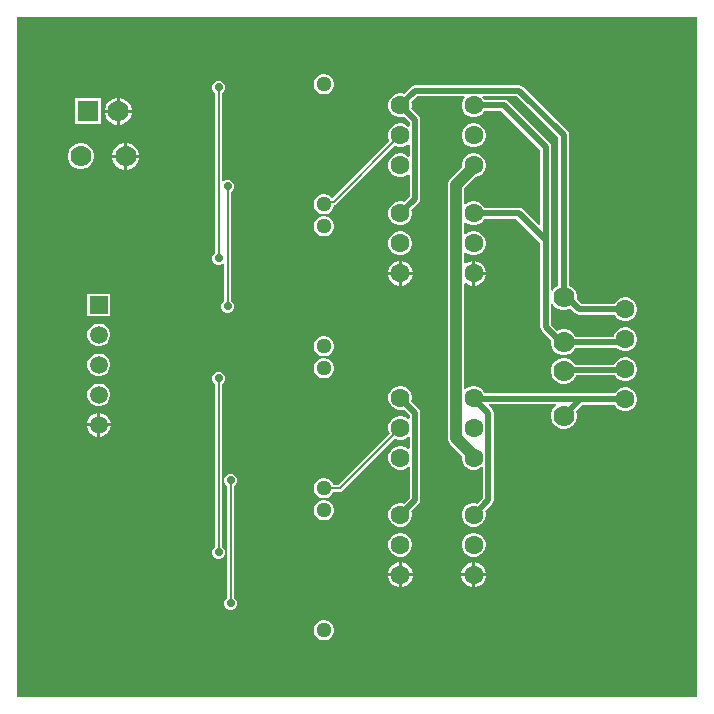
<source format=gbl>
G04*
G04 #@! TF.GenerationSoftware,Altium Limited,Altium Designer,21.9.2 (33)*
G04*
G04 Layer_Physical_Order=2*
G04 Layer_Color=16711680*
%FSTAX24Y24*%
%MOIN*%
G70*
G04*
G04 #@! TF.SameCoordinates,70968F61-CF9C-473A-8EF3-60FC9ECF6E36*
G04*
G04*
G04 #@! TF.FilePolarity,Positive*
G04*
G01*
G75*
%ADD12C,0.0079*%
%ADD20C,0.0591*%
%ADD25C,0.0197*%
%ADD26C,0.0394*%
%ADD27C,0.0700*%
%ADD28C,0.0630*%
%ADD29C,0.0512*%
%ADD30R,0.0700X0.0700*%
%ADD31R,0.0591X0.0591*%
%ADD32C,0.0276*%
G36*
X039146Y021977D02*
X016477D01*
Y044646D01*
X039146D01*
Y021977D01*
D02*
G37*
%LPC*%
G36*
X033208Y042373D02*
X029742D01*
X029673Y042359D01*
X029614Y04232D01*
X02937Y042075D01*
X029302Y042094D01*
X029198D01*
X029098Y042067D01*
X029008Y042015D01*
X028935Y041942D01*
X028883Y041852D01*
X028856Y041752D01*
Y041648D01*
X028883Y041548D01*
X028935Y041458D01*
X029008Y041385D01*
X029098Y041333D01*
X029198Y041306D01*
X029302D01*
X02937Y041325D01*
X029561Y041133D01*
Y041011D01*
X029515Y040991D01*
X029492Y041015D01*
X029402Y041067D01*
X029302Y041094D01*
X029198D01*
X029098Y041067D01*
X029008Y041015D01*
X028935Y040942D01*
X028883Y040852D01*
X028856Y040752D01*
Y040648D01*
X028883Y040548D01*
X028899Y04052D01*
X027011Y038631D01*
X026968Y038605D01*
X026905Y038668D01*
X026829Y038712D01*
X026744Y038735D01*
X026656D01*
X026571Y038712D01*
X026495Y038668D01*
X026432Y038605D01*
X026388Y038529D01*
X026365Y038444D01*
Y038356D01*
X026388Y038271D01*
X026432Y038195D01*
X026495Y038132D01*
X026571Y038088D01*
X026656Y038065D01*
X026744D01*
X026829Y038088D01*
X026905Y038132D01*
X026968Y038195D01*
X027012Y038271D01*
X027035Y038356D01*
Y038363D01*
X027079Y038372D01*
X027118Y038398D01*
X02907Y040349D01*
X029098Y040333D01*
X029198Y040306D01*
X029302D01*
X029402Y040333D01*
X029492Y040385D01*
X029515Y040409D01*
X029561Y040389D01*
Y040011D01*
X029515Y039991D01*
X029492Y040015D01*
X029402Y040067D01*
X029302Y040094D01*
X029198D01*
X029098Y040067D01*
X029008Y040015D01*
X028935Y039942D01*
X028883Y039852D01*
X028856Y039752D01*
Y039648D01*
X028883Y039548D01*
X028935Y039458D01*
X029008Y039385D01*
X029098Y039333D01*
X029198Y039306D01*
X029302D01*
X029402Y039333D01*
X029492Y039385D01*
X029515Y039409D01*
X029561Y039389D01*
Y038667D01*
X02937Y038475D01*
X029302Y038494D01*
X029198D01*
X029098Y038467D01*
X029008Y038415D01*
X028935Y038342D01*
X028883Y038252D01*
X028856Y038152D01*
Y038048D01*
X028883Y037948D01*
X028935Y037858D01*
X029008Y037785D01*
X029098Y037733D01*
X029198Y037706D01*
X029302D01*
X029402Y037733D01*
X029492Y037785D01*
X029565Y037858D01*
X029617Y037948D01*
X029644Y038048D01*
Y038152D01*
X029625Y03822D01*
X02987Y038464D01*
X029909Y038523D01*
X029923Y038592D01*
Y041208D01*
X029909Y041277D01*
X02987Y041336D01*
X029625Y04158D01*
X029644Y041648D01*
Y041752D01*
X029625Y04182D01*
X029817Y042011D01*
X031389D01*
X031409Y041965D01*
X031385Y041942D01*
X031333Y041852D01*
X031306Y041752D01*
Y041648D01*
X031333Y041548D01*
X031385Y041458D01*
X031458Y041385D01*
X031548Y041333D01*
X031648Y041306D01*
X031752D01*
X031852Y041333D01*
X031942Y041385D01*
X032015Y041458D01*
X03205Y041519D01*
X032625D01*
X033919Y040225D01*
Y037701D01*
X033873Y037682D01*
X033328Y038228D01*
X033269Y038267D01*
X0332Y038281D01*
X03205D01*
X032015Y038342D01*
X031942Y038415D01*
X031852Y038467D01*
X031752Y038494D01*
X031648D01*
X031548Y038467D01*
X031458Y038415D01*
X031434Y03839D01*
X031387Y03841D01*
Y03893D01*
X031768Y039311D01*
X031852Y039333D01*
X031942Y039385D01*
X032015Y039458D01*
X032067Y039548D01*
X032094Y039648D01*
Y039752D01*
X032067Y039852D01*
X032015Y039942D01*
X031942Y040015D01*
X031852Y040067D01*
X031752Y040094D01*
X031648D01*
X031548Y040067D01*
X031458Y040015D01*
X031385Y039942D01*
X031333Y039852D01*
X031306Y039752D01*
Y039648D01*
X031309Y039638D01*
X030913Y039242D01*
X030869Y039185D01*
X030841Y039117D01*
X030831Y039046D01*
Y030604D01*
X030841Y030533D01*
X030869Y030465D01*
X030913Y030408D01*
X031309Y030012D01*
X031306Y030002D01*
Y029898D01*
X031333Y029798D01*
X031385Y029708D01*
X031458Y029635D01*
X031548Y029583D01*
X031648Y029556D01*
X031752D01*
X031852Y029583D01*
X031942Y029635D01*
X031965Y029659D01*
X032011Y029639D01*
Y028617D01*
X03182Y028425D01*
X031752Y028444D01*
X031648D01*
X031548Y028417D01*
X031458Y028365D01*
X031385Y028292D01*
X031333Y028202D01*
X031306Y028102D01*
Y027998D01*
X031333Y027898D01*
X031385Y027808D01*
X031458Y027735D01*
X031548Y027683D01*
X031648Y027656D01*
X031752D01*
X031852Y027683D01*
X031942Y027735D01*
X032015Y027808D01*
X032067Y027898D01*
X032094Y027998D01*
Y028102D01*
X032075Y02817D01*
X03232Y028414D01*
X032359Y028473D01*
X032373Y028542D01*
Y031458D01*
X032359Y031527D01*
X03232Y031586D01*
X032207Y031698D01*
X032226Y031744D01*
X034429D01*
X034442Y031696D01*
X034437Y031693D01*
X034357Y031613D01*
X0343Y031515D01*
X034271Y031406D01*
Y031294D01*
X0343Y031185D01*
X034357Y031087D01*
X034437Y031007D01*
X034535Y03095D01*
X034644Y030921D01*
X034756D01*
X034865Y03095D01*
X034963Y031007D01*
X035043Y031087D01*
X0351Y031185D01*
X035129Y031294D01*
Y031406D01*
X035104Y031499D01*
X035325Y031719D01*
X0364D01*
X036435Y031658D01*
X036508Y031585D01*
X036598Y031533D01*
X036698Y031506D01*
X036802D01*
X036902Y031533D01*
X036992Y031585D01*
X037065Y031658D01*
X037117Y031748D01*
X037144Y031848D01*
Y031952D01*
X037117Y032052D01*
X037065Y032142D01*
X036992Y032215D01*
X036902Y032267D01*
X036802Y032294D01*
X036698D01*
X036598Y032267D01*
X036508Y032215D01*
X036435Y032142D01*
X036414Y032106D01*
X032065D01*
X032015Y032192D01*
X031942Y032265D01*
X031852Y032317D01*
X031752Y032344D01*
X031648D01*
X031548Y032317D01*
X031458Y032265D01*
X031434Y03224D01*
X031387Y03226D01*
Y03576D01*
X031434Y03578D01*
X031445Y035768D01*
X03154Y035713D01*
X031645Y035685D01*
X03165D01*
Y0361D01*
Y036515D01*
X031645D01*
X03154Y036487D01*
X031445Y036432D01*
X031434Y03642D01*
X031387Y03644D01*
Y03679D01*
X031434Y03681D01*
X031458Y036785D01*
X031548Y036733D01*
X031648Y036706D01*
X031752D01*
X031852Y036733D01*
X031942Y036785D01*
X032015Y036858D01*
X032067Y036948D01*
X032094Y037048D01*
Y037152D01*
X032067Y037252D01*
X032015Y037342D01*
X031942Y037415D01*
X031852Y037467D01*
X031752Y037494D01*
X031648D01*
X031548Y037467D01*
X031458Y037415D01*
X031434Y03739D01*
X031387Y03741D01*
Y03779D01*
X031434Y03781D01*
X031458Y037785D01*
X031548Y037733D01*
X031648Y037706D01*
X031752D01*
X031852Y037733D01*
X031942Y037785D01*
X032015Y037858D01*
X03205Y037919D01*
X033125D01*
X033919Y037125D01*
Y0343D01*
X033933Y034231D01*
X033972Y034172D01*
X034275Y03387D01*
X034271Y033856D01*
Y033744D01*
X0343Y033635D01*
X034357Y033537D01*
X034437Y033457D01*
X034535Y0334D01*
X034644Y033371D01*
X034756D01*
X034865Y0334D01*
X034963Y033457D01*
X035043Y033537D01*
X035091Y033619D01*
X036474D01*
X036508Y033585D01*
X036598Y033533D01*
X036698Y033506D01*
X036802D01*
X036902Y033533D01*
X036992Y033585D01*
X037065Y033658D01*
X037117Y033748D01*
X037144Y033848D01*
Y033952D01*
X037117Y034052D01*
X037065Y034142D01*
X036992Y034215D01*
X036902Y034267D01*
X036802Y034294D01*
X036698D01*
X036598Y034267D01*
X036508Y034215D01*
X036435Y034142D01*
X036383Y034052D01*
X036364Y033981D01*
X035091D01*
X035043Y034063D01*
X034963Y034143D01*
X034865Y0342D01*
X034756Y034229D01*
X034644D01*
X034535Y0342D01*
X034485Y034171D01*
X034281Y034375D01*
Y035069D01*
X034331Y035082D01*
X034357Y035037D01*
X034437Y034957D01*
X034535Y0349D01*
X034644Y034871D01*
X034756D01*
X034865Y0349D01*
X034923Y034934D01*
X035085Y034772D01*
X035143Y034733D01*
X035213Y034719D01*
X0364D01*
X036435Y034658D01*
X036508Y034585D01*
X036598Y034533D01*
X036698Y034506D01*
X036802D01*
X036902Y034533D01*
X036992Y034585D01*
X037065Y034658D01*
X037117Y034748D01*
X037144Y034848D01*
Y034952D01*
X037117Y035052D01*
X037065Y035142D01*
X036992Y035215D01*
X036902Y035267D01*
X036802Y035294D01*
X036698D01*
X036598Y035267D01*
X036508Y035215D01*
X036435Y035142D01*
X0364Y035081D01*
X035287D01*
X035128Y03524D01*
X035129Y035244D01*
Y035356D01*
X0351Y035465D01*
X035043Y035563D01*
X034963Y035643D01*
X034881Y035691D01*
Y0407D01*
X034867Y040769D01*
X034828Y040828D01*
X033336Y04232D01*
X033277Y042359D01*
X033208Y042373D01*
D02*
G37*
G36*
X026744Y042735D02*
X026656D01*
X026571Y042712D01*
X026495Y042668D01*
X026432Y042605D01*
X026388Y042529D01*
X026365Y042444D01*
Y042356D01*
X026388Y042271D01*
X026432Y042195D01*
X026495Y042132D01*
X026571Y042088D01*
X026656Y042065D01*
X026744D01*
X026829Y042088D01*
X026905Y042132D01*
X026968Y042195D01*
X027012Y042271D01*
X027035Y042356D01*
Y042444D01*
X027012Y042529D01*
X026968Y042605D01*
X026905Y042668D01*
X026829Y042712D01*
X026744Y042735D01*
D02*
G37*
G36*
X019909Y04195D02*
X0199D01*
Y04155D01*
X0203D01*
Y041559D01*
X020269Y041674D01*
X02021Y041776D01*
X020126Y04186D01*
X020024Y041919D01*
X019909Y04195D01*
D02*
G37*
G36*
X0198D02*
X019791D01*
X019676Y041919D01*
X019574Y04186D01*
X01949Y041776D01*
X019431Y041674D01*
X0194Y041559D01*
Y04155D01*
X0198D01*
Y04195D01*
D02*
G37*
G36*
X019279Y041929D02*
X018421D01*
Y041071D01*
X019279D01*
Y041929D01*
D02*
G37*
G36*
X0203Y04145D02*
X0199D01*
Y04105D01*
X019909D01*
X020024Y041081D01*
X020126Y04114D01*
X02021Y041224D01*
X020269Y041326D01*
X0203Y041441D01*
Y04145D01*
D02*
G37*
G36*
X0198D02*
X0194D01*
Y041441D01*
X019431Y041326D01*
X01949Y041224D01*
X019574Y04114D01*
X019676Y041081D01*
X019791Y04105D01*
X0198D01*
Y04145D01*
D02*
G37*
G36*
X031752Y041094D02*
X031648D01*
X031548Y041067D01*
X031458Y041015D01*
X031385Y040942D01*
X031333Y040852D01*
X031306Y040752D01*
Y040648D01*
X031333Y040548D01*
X031385Y040458D01*
X031458Y040385D01*
X031548Y040333D01*
X031648Y040306D01*
X031752D01*
X031852Y040333D01*
X031942Y040385D01*
X032015Y040458D01*
X032067Y040548D01*
X032094Y040648D01*
Y040752D01*
X032067Y040852D01*
X032015Y040942D01*
X031942Y041015D01*
X031852Y041067D01*
X031752Y041094D01*
D02*
G37*
G36*
X020159Y04045D02*
X02015D01*
Y04005D01*
X02055D01*
Y040059D01*
X020519Y040174D01*
X02046Y040276D01*
X020376Y04036D01*
X020274Y040419D01*
X020159Y04045D01*
D02*
G37*
G36*
X02005D02*
X020041D01*
X019926Y040419D01*
X019824Y04036D01*
X01974Y040276D01*
X019681Y040174D01*
X01965Y040059D01*
Y04005D01*
X02005D01*
Y04045D01*
D02*
G37*
G36*
X018656Y040429D02*
X018544D01*
X018435Y0404D01*
X018337Y040343D01*
X018257Y040263D01*
X0182Y040165D01*
X018171Y040056D01*
Y039944D01*
X0182Y039835D01*
X018257Y039737D01*
X018337Y039657D01*
X018435Y0396D01*
X018544Y039571D01*
X018656D01*
X018765Y0396D01*
X018863Y039657D01*
X018943Y039737D01*
X019Y039835D01*
X019029Y039944D01*
Y040056D01*
X019Y040165D01*
X018943Y040263D01*
X018863Y040343D01*
X018765Y0404D01*
X018656Y040429D01*
D02*
G37*
G36*
X02055Y03995D02*
X02015D01*
Y03955D01*
X020159D01*
X020274Y039581D01*
X020376Y03964D01*
X02046Y039724D01*
X020519Y039826D01*
X02055Y039941D01*
Y03995D01*
D02*
G37*
G36*
X02005D02*
X01965D01*
Y039941D01*
X019681Y039826D01*
X01974Y039724D01*
X019824Y03964D01*
X019926Y039581D01*
X020041Y03955D01*
X02005D01*
Y03995D01*
D02*
G37*
G36*
X026744Y038001D02*
X026656D01*
X026571Y037979D01*
X026495Y037934D01*
X026432Y037872D01*
X026388Y037796D01*
X026365Y037711D01*
Y037623D01*
X026388Y037538D01*
X026432Y037461D01*
X026495Y037399D01*
X026571Y037355D01*
X026656Y037332D01*
X026744D01*
X026829Y037355D01*
X026905Y037399D01*
X026968Y037461D01*
X027012Y037538D01*
X027035Y037623D01*
Y037711D01*
X027012Y037796D01*
X026968Y037872D01*
X026905Y037934D01*
X026829Y037979D01*
X026744Y038001D01*
D02*
G37*
G36*
X029302Y037494D02*
X029198D01*
X029098Y037467D01*
X029008Y037415D01*
X028935Y037342D01*
X028883Y037252D01*
X028856Y037152D01*
Y037048D01*
X028883Y036948D01*
X028935Y036858D01*
X029008Y036785D01*
X029098Y036733D01*
X029198Y036706D01*
X029302D01*
X029402Y036733D01*
X029492Y036785D01*
X029565Y036858D01*
X029617Y036948D01*
X029644Y037048D01*
Y037152D01*
X029617Y037252D01*
X029565Y037342D01*
X029492Y037415D01*
X029402Y037467D01*
X029302Y037494D01*
D02*
G37*
G36*
X031755Y036515D02*
X03175D01*
Y03615D01*
X032115D01*
Y036155D01*
X032087Y03626D01*
X032032Y036355D01*
X031955Y036432D01*
X03186Y036487D01*
X031755Y036515D01*
D02*
G37*
G36*
X029305D02*
X0293D01*
Y03615D01*
X029665D01*
Y036155D01*
X029637Y03626D01*
X029582Y036355D01*
X029505Y036432D01*
X02941Y036487D01*
X029305Y036515D01*
D02*
G37*
G36*
X0292D02*
X029195D01*
X02909Y036487D01*
X028995Y036432D01*
X028918Y036355D01*
X028863Y03626D01*
X028835Y036155D01*
Y03615D01*
X0292D01*
Y036515D01*
D02*
G37*
G36*
X032115Y03605D02*
X03175D01*
Y035685D01*
X031755D01*
X03186Y035713D01*
X031955Y035768D01*
X032032Y035845D01*
X032087Y03594D01*
X032115Y036045D01*
Y03605D01*
D02*
G37*
G36*
X029665D02*
X0293D01*
Y035685D01*
X029305D01*
X02941Y035713D01*
X029505Y035768D01*
X029582Y035845D01*
X029637Y03594D01*
X029665Y036045D01*
Y03605D01*
D02*
G37*
G36*
X0292D02*
X028835D01*
Y036045D01*
X028863Y03594D01*
X028918Y035845D01*
X028995Y035768D01*
X02909Y035713D01*
X029195Y035685D01*
X0292D01*
Y03605D01*
D02*
G37*
G36*
X023243Y042517D02*
X023157D01*
X023077Y042484D01*
X023016Y042423D01*
X022983Y042343D01*
Y042257D01*
X023016Y042177D01*
X023077Y042116D01*
X02308Y042116D01*
Y036784D01*
X023077Y036784D01*
X023016Y036723D01*
X022983Y036643D01*
Y036557D01*
X023016Y036477D01*
X023077Y036416D01*
X023157Y036383D01*
X023243D01*
X023323Y036416D01*
X023333Y036427D01*
X02338Y036408D01*
Y035184D01*
X023377Y035184D01*
X023316Y035123D01*
X023283Y035043D01*
Y034957D01*
X023316Y034877D01*
X023377Y034816D01*
X023457Y034783D01*
X023543D01*
X023623Y034816D01*
X023684Y034877D01*
X023717Y034957D01*
Y035043D01*
X023684Y035123D01*
X023623Y035184D01*
X02362Y035184D01*
Y038816D01*
X023623Y038816D01*
X023684Y038877D01*
X023717Y038957D01*
Y039043D01*
X023684Y039123D01*
X023623Y039184D01*
X023543Y039217D01*
X023457D01*
X023377Y039184D01*
X023367Y039173D01*
X02332Y039192D01*
Y042116D01*
X023323Y042116D01*
X023384Y042177D01*
X023417Y042257D01*
Y042343D01*
X023384Y042423D01*
X023323Y042484D01*
X023243Y042517D01*
D02*
G37*
G36*
X019574Y035424D02*
X018826D01*
Y034676D01*
X019574D01*
Y035424D01*
D02*
G37*
G36*
X019249Y034424D02*
X019151D01*
X019056Y034399D01*
X01897Y034349D01*
X018901Y03428D01*
X018851Y034194D01*
X018826Y034099D01*
Y034001D01*
X018851Y033906D01*
X018901Y03382D01*
X01897Y033751D01*
X019056Y033701D01*
X019151Y033676D01*
X019249D01*
X019344Y033701D01*
X01943Y033751D01*
X019499Y03382D01*
X019549Y033906D01*
X019574Y034001D01*
Y034099D01*
X019549Y034194D01*
X019499Y03428D01*
X01943Y034349D01*
X019344Y034399D01*
X019249Y034424D01*
D02*
G37*
G36*
X026744Y034001D02*
X026656D01*
X026571Y033979D01*
X026495Y033934D01*
X026432Y033872D01*
X026388Y033796D01*
X026365Y033711D01*
Y033623D01*
X026388Y033537D01*
X026432Y033461D01*
X026495Y033399D01*
X026571Y033355D01*
X026656Y033332D01*
X026744D01*
X026829Y033355D01*
X026905Y033399D01*
X026968Y033461D01*
X027012Y033537D01*
X027035Y033623D01*
Y033711D01*
X027012Y033796D01*
X026968Y033872D01*
X026905Y033934D01*
X026829Y033979D01*
X026744Y034001D01*
D02*
G37*
G36*
X036802Y033294D02*
X036698D01*
X036598Y033267D01*
X036508Y033215D01*
X036435Y033142D01*
X036385Y033056D01*
X035076D01*
X035043Y033113D01*
X034963Y033193D01*
X034865Y03325D01*
X034756Y033279D01*
X034644D01*
X034535Y03325D01*
X034437Y033193D01*
X034357Y033113D01*
X0343Y033015D01*
X034271Y032906D01*
Y032794D01*
X0343Y032685D01*
X034357Y032587D01*
X034437Y032507D01*
X034535Y03245D01*
X034644Y032421D01*
X034756D01*
X034865Y03245D01*
X034963Y032507D01*
X035043Y032587D01*
X0351Y032685D01*
X035102Y032694D01*
X036414D01*
X036435Y032658D01*
X036508Y032585D01*
X036598Y032533D01*
X036698Y032506D01*
X036802D01*
X036902Y032533D01*
X036992Y032585D01*
X037065Y032658D01*
X037117Y032748D01*
X037144Y032848D01*
Y032952D01*
X037117Y033052D01*
X037065Y033142D01*
X036992Y033215D01*
X036902Y033267D01*
X036802Y033294D01*
D02*
G37*
G36*
X019249Y033424D02*
X019151D01*
X019056Y033399D01*
X01897Y033349D01*
X018901Y03328D01*
X018851Y033194D01*
X018826Y033099D01*
Y033001D01*
X018851Y032906D01*
X018901Y03282D01*
X01897Y032751D01*
X019056Y032701D01*
X019151Y032676D01*
X019249D01*
X019344Y032701D01*
X01943Y032751D01*
X019499Y03282D01*
X019549Y032906D01*
X019574Y033001D01*
Y033099D01*
X019549Y033194D01*
X019499Y03328D01*
X01943Y033349D01*
X019344Y033399D01*
X019249Y033424D01*
D02*
G37*
G36*
X026744Y033268D02*
X026656D01*
X026571Y033245D01*
X026495Y033201D01*
X026432Y033139D01*
X026388Y033063D01*
X026365Y032977D01*
Y032889D01*
X026388Y032804D01*
X026432Y032728D01*
X026495Y032666D01*
X026571Y032621D01*
X026656Y032599D01*
X026744D01*
X026829Y032621D01*
X026905Y032666D01*
X026968Y032728D01*
X027012Y032804D01*
X027035Y032889D01*
Y032977D01*
X027012Y033063D01*
X026968Y033139D01*
X026905Y033201D01*
X026829Y033245D01*
X026744Y033268D01*
D02*
G37*
G36*
X019249Y032424D02*
X019151D01*
X019056Y032399D01*
X01897Y032349D01*
X018901Y03228D01*
X018851Y032194D01*
X018826Y032099D01*
Y032001D01*
X018851Y031906D01*
X018901Y03182D01*
X01897Y031751D01*
X019056Y031701D01*
X019151Y031676D01*
X019249D01*
X019344Y031701D01*
X01943Y031751D01*
X019499Y03182D01*
X019549Y031906D01*
X019574Y032001D01*
Y032099D01*
X019549Y032194D01*
X019499Y03228D01*
X01943Y032349D01*
X019344Y032399D01*
X019249Y032424D01*
D02*
G37*
G36*
X029302Y032344D02*
X029198D01*
X029098Y032317D01*
X029008Y032265D01*
X028935Y032192D01*
X028883Y032102D01*
X028856Y032002D01*
Y031898D01*
X028883Y031798D01*
X028935Y031708D01*
X029008Y031635D01*
X029098Y031583D01*
X029198Y031556D01*
X029302D01*
X02937Y031575D01*
X029561Y031383D01*
Y031261D01*
X029515Y031241D01*
X029492Y031265D01*
X029402Y031317D01*
X029302Y031344D01*
X029198D01*
X029098Y031317D01*
X029008Y031265D01*
X028935Y031192D01*
X028883Y031102D01*
X028856Y031002D01*
Y030898D01*
X028883Y030798D01*
X028899Y03077D01*
X027183Y029054D01*
X027014D01*
X027012Y029062D01*
X026968Y029139D01*
X026905Y029201D01*
X026829Y029245D01*
X026744Y029268D01*
X026656D01*
X026571Y029245D01*
X026495Y029201D01*
X026432Y029139D01*
X026388Y029062D01*
X026365Y028977D01*
Y028889D01*
X026388Y028804D01*
X026432Y028728D01*
X026495Y028666D01*
X026571Y028621D01*
X026656Y028599D01*
X026744D01*
X026829Y028621D01*
X026905Y028666D01*
X026968Y028728D01*
X027012Y028804D01*
X027014Y028813D01*
X027233D01*
X027233Y028813D01*
X027279Y028822D01*
X027318Y028848D01*
X02907Y030599D01*
X029098Y030583D01*
X029198Y030556D01*
X029302D01*
X029402Y030583D01*
X029492Y030635D01*
X029515Y030659D01*
X029561Y030639D01*
Y030261D01*
X029515Y030241D01*
X029492Y030265D01*
X029402Y030317D01*
X029302Y030344D01*
X029198D01*
X029098Y030317D01*
X029008Y030265D01*
X028935Y030192D01*
X028883Y030102D01*
X028856Y030002D01*
Y029898D01*
X028883Y029798D01*
X028935Y029708D01*
X029008Y029635D01*
X029098Y029583D01*
X029198Y029556D01*
X029302D01*
X029402Y029583D01*
X029492Y029635D01*
X029515Y029659D01*
X029561Y029639D01*
Y028617D01*
X02937Y028425D01*
X029302Y028444D01*
X029198D01*
X029098Y028417D01*
X029008Y028365D01*
X028935Y028292D01*
X028883Y028202D01*
X028856Y028102D01*
Y027998D01*
X028883Y027898D01*
X028935Y027808D01*
X029008Y027735D01*
X029098Y027683D01*
X029198Y027656D01*
X029302D01*
X029402Y027683D01*
X029492Y027735D01*
X029565Y027808D01*
X029617Y027898D01*
X029644Y027998D01*
Y028102D01*
X029625Y02817D01*
X02987Y028414D01*
X029909Y028473D01*
X029923Y028542D01*
Y031458D01*
X029909Y031527D01*
X02987Y031586D01*
X029625Y03183D01*
X029644Y031898D01*
Y032002D01*
X029617Y032102D01*
X029565Y032192D01*
X029492Y032265D01*
X029402Y032317D01*
X029302Y032344D01*
D02*
G37*
G36*
X019252Y031445D02*
X01925D01*
Y0311D01*
X019595D01*
Y031102D01*
X019568Y031203D01*
X019516Y031293D01*
X019443Y031366D01*
X019353Y031418D01*
X019252Y031445D01*
D02*
G37*
G36*
X01915D02*
X019148D01*
X019047Y031418D01*
X018957Y031366D01*
X018884Y031293D01*
X018832Y031203D01*
X018805Y031102D01*
Y0311D01*
X01915D01*
Y031445D01*
D02*
G37*
G36*
X019595Y031D02*
X01925D01*
Y030655D01*
X019252D01*
X019353Y030682D01*
X019443Y030734D01*
X019516Y030807D01*
X019568Y030897D01*
X019595Y030998D01*
Y031D01*
D02*
G37*
G36*
X01915D02*
X018805D01*
Y030998D01*
X018832Y030897D01*
X018884Y030807D01*
X018957Y030734D01*
X019047Y030682D01*
X019148Y030655D01*
X01915D01*
Y031D01*
D02*
G37*
G36*
X026744Y028535D02*
X026656D01*
X026571Y028512D01*
X026495Y028468D01*
X026432Y028405D01*
X026388Y028329D01*
X026365Y028244D01*
Y028156D01*
X026388Y028071D01*
X026432Y027995D01*
X026495Y027932D01*
X026571Y027888D01*
X026656Y027865D01*
X026744D01*
X026829Y027888D01*
X026905Y027932D01*
X026968Y027995D01*
X027012Y028071D01*
X027035Y028156D01*
Y028244D01*
X027012Y028329D01*
X026968Y028405D01*
X026905Y028468D01*
X026829Y028512D01*
X026744Y028535D01*
D02*
G37*
G36*
X031752Y027444D02*
X031648D01*
X031548Y027417D01*
X031458Y027365D01*
X031385Y027292D01*
X031333Y027202D01*
X031306Y027102D01*
Y026998D01*
X031333Y026898D01*
X031385Y026808D01*
X031458Y026735D01*
X031548Y026683D01*
X031648Y026656D01*
X031752D01*
X031852Y026683D01*
X031942Y026735D01*
X032015Y026808D01*
X032067Y026898D01*
X032094Y026998D01*
Y027102D01*
X032067Y027202D01*
X032015Y027292D01*
X031942Y027365D01*
X031852Y027417D01*
X031752Y027444D01*
D02*
G37*
G36*
X029302D02*
X029198D01*
X029098Y027417D01*
X029008Y027365D01*
X028935Y027292D01*
X028883Y027202D01*
X028856Y027102D01*
Y026998D01*
X028883Y026898D01*
X028935Y026808D01*
X029008Y026735D01*
X029098Y026683D01*
X029198Y026656D01*
X029302D01*
X029402Y026683D01*
X029492Y026735D01*
X029565Y026808D01*
X029617Y026898D01*
X029644Y026998D01*
Y027102D01*
X029617Y027202D01*
X029565Y027292D01*
X029492Y027365D01*
X029402Y027417D01*
X029302Y027444D01*
D02*
G37*
G36*
X023243Y032817D02*
X023157D01*
X023077Y032784D01*
X023016Y032723D01*
X022983Y032643D01*
Y032557D01*
X023016Y032477D01*
X023077Y032416D01*
X02308Y032416D01*
Y026984D01*
X023077Y026984D01*
X023016Y026923D01*
X022983Y026843D01*
Y026757D01*
X023016Y026677D01*
X023077Y026616D01*
X023157Y026583D01*
X023243D01*
X023323Y026616D01*
X023384Y026677D01*
X023417Y026757D01*
Y026843D01*
X023384Y026923D01*
X023323Y026984D01*
X02332Y026984D01*
Y032416D01*
X023323Y032416D01*
X023384Y032477D01*
X023417Y032557D01*
Y032643D01*
X023384Y032723D01*
X023323Y032784D01*
X023243Y032817D01*
D02*
G37*
G36*
X031755Y026465D02*
X03175D01*
Y0261D01*
X032115D01*
Y026105D01*
X032087Y02621D01*
X032032Y026305D01*
X031955Y026382D01*
X03186Y026437D01*
X031755Y026465D01*
D02*
G37*
G36*
X029305D02*
X0293D01*
Y0261D01*
X029665D01*
Y026105D01*
X029637Y02621D01*
X029582Y026305D01*
X029505Y026382D01*
X02941Y026437D01*
X029305Y026465D01*
D02*
G37*
G36*
X03165D02*
X031645D01*
X03154Y026437D01*
X031445Y026382D01*
X031368Y026305D01*
X031313Y02621D01*
X031285Y026105D01*
Y0261D01*
X03165D01*
Y026465D01*
D02*
G37*
G36*
X0292D02*
X029195D01*
X02909Y026437D01*
X028995Y026382D01*
X028918Y026305D01*
X028863Y02621D01*
X028835Y026105D01*
Y0261D01*
X0292D01*
Y026465D01*
D02*
G37*
G36*
X032115Y026D02*
X03175D01*
Y025635D01*
X031755D01*
X03186Y025663D01*
X031955Y025718D01*
X032032Y025795D01*
X032087Y02589D01*
X032115Y025995D01*
Y026D01*
D02*
G37*
G36*
X03165D02*
X031285D01*
Y025995D01*
X031313Y02589D01*
X031368Y025795D01*
X031445Y025718D01*
X03154Y025663D01*
X031645Y025635D01*
X03165D01*
Y026D01*
D02*
G37*
G36*
X029665D02*
X0293D01*
Y025635D01*
X029305D01*
X02941Y025663D01*
X029505Y025718D01*
X029582Y025795D01*
X029637Y02589D01*
X029665Y025995D01*
Y026D01*
D02*
G37*
G36*
X0292D02*
X028835D01*
Y025995D01*
X028863Y02589D01*
X028918Y025795D01*
X028995Y025718D01*
X02909Y025663D01*
X029195Y025635D01*
X0292D01*
Y026D01*
D02*
G37*
G36*
X023643Y029417D02*
X023557D01*
X023477Y029384D01*
X023416Y029323D01*
X023383Y029243D01*
Y029157D01*
X023416Y029077D01*
X023477Y029016D01*
X02348Y029016D01*
Y025284D01*
X023477Y025284D01*
X023416Y025223D01*
X023383Y025143D01*
Y025057D01*
X023416Y024977D01*
X023477Y024916D01*
X023557Y024883D01*
X023643D01*
X023723Y024916D01*
X023784Y024977D01*
X023817Y025057D01*
Y025143D01*
X023784Y025223D01*
X023723Y025284D01*
X02372Y025284D01*
Y029016D01*
X023723Y029016D01*
X023784Y029077D01*
X023817Y029157D01*
Y029243D01*
X023784Y029323D01*
X023723Y029384D01*
X023643Y029417D01*
D02*
G37*
G36*
X026744Y024535D02*
X026656D01*
X026571Y024512D01*
X026495Y024468D01*
X026432Y024405D01*
X026388Y024329D01*
X026365Y024244D01*
Y024156D01*
X026388Y024071D01*
X026432Y023995D01*
X026495Y023932D01*
X026571Y023888D01*
X026656Y023865D01*
X026744D01*
X026829Y023888D01*
X026905Y023932D01*
X026968Y023995D01*
X027012Y024071D01*
X027035Y024156D01*
Y024244D01*
X027012Y024329D01*
X026968Y024405D01*
X026905Y024468D01*
X026829Y024512D01*
X026744Y024535D01*
D02*
G37*
%LPD*%
G36*
X034519Y040625D02*
Y035691D01*
X034437Y035643D01*
X034357Y035563D01*
X034331Y035518D01*
X034281Y035531D01*
Y0372D01*
Y0403D01*
X034267Y040369D01*
X034228Y040428D01*
X032828Y041828D01*
X032769Y041867D01*
X0327Y041881D01*
X03205D01*
X032015Y041942D01*
X031991Y041965D01*
X032011Y042011D01*
X033133D01*
X034519Y040625D01*
D02*
G37*
D12*
X027033Y038483D02*
X02925Y0407D01*
X0267Y0384D02*
X026783Y038483D01*
X027033D01*
X027233Y028933D02*
X02925Y03095D01*
X0267Y028933D02*
X027233D01*
X0236Y0251D02*
Y0292D01*
X0232Y0268D02*
Y0326D01*
X0235Y035D02*
Y039D01*
X0232Y0366D02*
Y0423D01*
D20*
X0192Y03105D02*
D03*
Y03205D02*
D03*
Y03305D02*
D03*
Y03405D02*
D03*
D25*
X02925Y03195D02*
X029742Y031458D01*
Y028542D02*
Y031458D01*
X0341Y0372D02*
Y0403D01*
X0327Y0417D02*
X0341Y0403D01*
X0317Y0417D02*
X0327D01*
X0347Y0353D02*
Y0407D01*
X029742Y042192D02*
X033208D01*
X0347Y0407D01*
X02925Y0417D02*
X029742Y042192D01*
X02925Y0417D02*
X029742Y041208D01*
Y038592D02*
Y041208D01*
X02925Y0381D02*
X029742Y038592D01*
X0332Y0381D02*
X0341Y0372D01*
X0317Y0381D02*
X0332D01*
X0341Y0343D02*
Y0372D01*
X032192Y028542D02*
Y031458D01*
X0317Y02805D02*
X032192Y028542D01*
X031725Y031925D02*
X032192Y031458D01*
X0317Y03195D02*
X031725Y031925D01*
X02925Y02805D02*
X029742Y028542D01*
X031725Y031925D02*
X036725D01*
X03525Y0319D02*
X03675D01*
X0341Y0343D02*
X0346Y0338D01*
X036533D01*
X036633Y0339D02*
X03675D01*
X036533Y0338D02*
X036633Y0339D01*
X0347Y03135D02*
X03525Y0319D01*
X036725Y032875D02*
X03675Y0329D01*
X0347Y03285D02*
X034725Y032875D01*
X036725D01*
X035213Y0349D02*
X03675D01*
X034813Y0353D02*
X035213Y0349D01*
X0347Y0353D02*
X034813D01*
D26*
X0317Y02995D02*
Y030014D01*
X031109Y030604D02*
X0317Y030014D01*
X031109Y030604D02*
Y039046D01*
X0317Y039636D01*
Y0397D01*
D27*
X0186Y04D02*
D03*
X0201D02*
D03*
X0347Y03285D02*
D03*
Y03135D02*
D03*
Y0353D02*
D03*
Y0338D02*
D03*
X01985Y0415D02*
D03*
D28*
X03675Y0319D02*
D03*
Y0329D02*
D03*
Y0339D02*
D03*
Y0349D02*
D03*
X0317Y0397D02*
D03*
Y0407D02*
D03*
Y0417D02*
D03*
X02925Y0397D02*
D03*
Y0407D02*
D03*
Y0417D02*
D03*
Y0361D02*
D03*
Y0371D02*
D03*
Y0381D02*
D03*
X0317D02*
D03*
Y0371D02*
D03*
Y0361D02*
D03*
Y03195D02*
D03*
Y03095D02*
D03*
Y02995D02*
D03*
X02925Y03195D02*
D03*
Y03095D02*
D03*
Y02995D02*
D03*
X0317Y02805D02*
D03*
Y02705D02*
D03*
Y02605D02*
D03*
X02925Y02805D02*
D03*
Y02705D02*
D03*
Y02605D02*
D03*
D29*
X0267Y037667D02*
D03*
Y033667D02*
D03*
Y032933D02*
D03*
Y028933D02*
D03*
Y0282D02*
D03*
Y0242D02*
D03*
Y0424D02*
D03*
Y0384D02*
D03*
D30*
X01885Y0415D02*
D03*
D31*
X0192Y03505D02*
D03*
D32*
X0236Y0292D02*
D03*
Y0251D02*
D03*
X0232Y0268D02*
D03*
Y0326D02*
D03*
X0235Y035D02*
D03*
Y039D02*
D03*
X0232Y0366D02*
D03*
Y0423D02*
D03*
M02*

</source>
